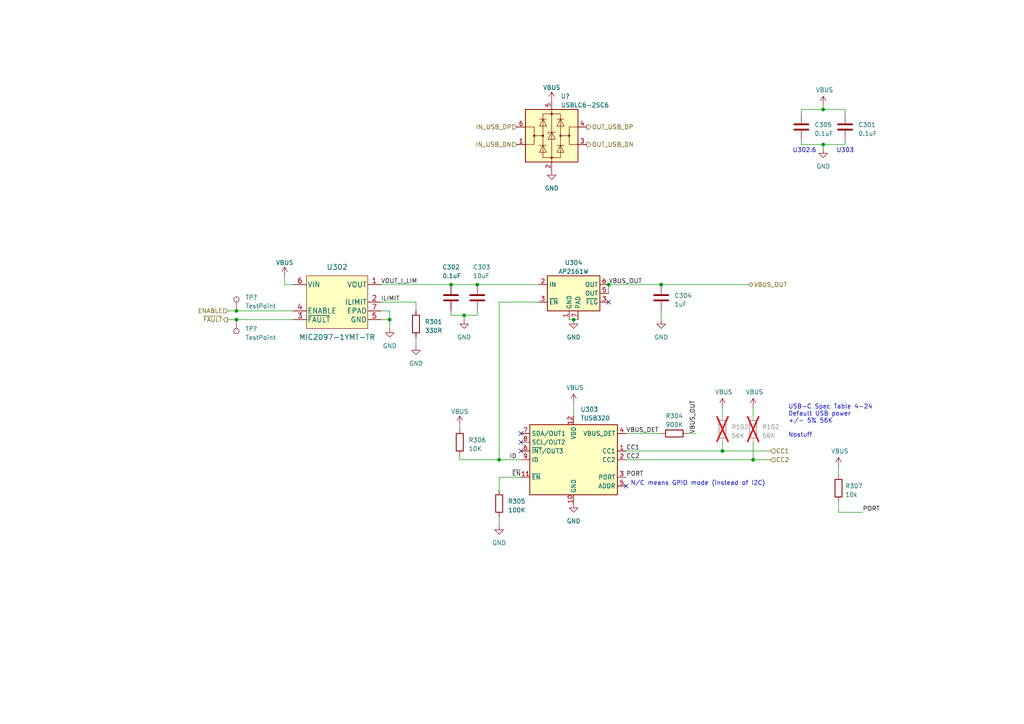
<source format=kicad_sch>
(kicad_sch (version 20230121) (generator eeschema)
  (paper "A4")
  (lib_symbols
    (symbol "2usb:AP2161W"
      (property "Reference" "U" (at -7.62 -6.35 0))
      (property "Value" "AP2161W" (at -7.62 6.35 0))
      (symbol "AP2161W_0_1"
        (rectangle (start -7.62 5.08) (end 7.62 -5.08) (stroke (width 0.254)) (fill (type background)))
      )
      (symbol "AP2161W_1_1"
        (pin power_in line (at -1.27 -7.62 90) (length 2.54) (name "GND") (number "1"))
        (pin power_in line (at -10.16 2.54 0) (length 2.54) (name "IN") (number "2"))
        (pin input line (at -10.16 -2.54 0) (length 2.54) (name "~{EN}") (number "3"))
        (pin open_collector line (at 10.16 -2.54 180) (length 2.54) (name "~{FLG}") (number "3"))
        (pin power_out line (at 10.16 0 180) (length 2.54) (name "OUT") (number "5"))
        (pin power_out line (at 10.16 2.54 180) (length 2.54) (name "OUT") (number "6"))
        (pin power_in line (at 1.27 -7.62 90) (length 2.54) (name "PAD") (number "7"))
      )
    )
    (symbol "2usb:MIC2097-1YMT-TR" (pin_names (offset 0.254))
      (property "Reference" "U" (at 0 9.525 0))
      (property "Value" "MIC2097-1YMT-TR" (at 0 -10.16 0))
      (symbol "MIC2097-1YMT-TR_1_1"
        (rectangle (start -8.89 7.62) (end 8.89 -7.62) (fill (type background)))
        (pin output line (at 12.7 5.08 180) (length 3.81) (name "VOUT") (number "1"))
        (pin input line (at 12.7 0 180) (length 3.81) (name "ILIMIT") (number "2"))
        (pin output line (at -12.7 -5.08 0) (length 3.81) (name "~{FAULT}") (number "3"))
        (pin input line (at -12.7 -2.54 0) (length 3.81) (name "ENABLE") (number "4"))
        (pin power_in line (at 12.7 -5.08 180) (length 3.81) (name "GND") (number "5"))
        (pin input line (at -12.7 5.08 0) (length 3.81) (name "VIN") (number "6"))
        (pin unspecified line (at 12.7 -2.54 180) (length 3.81) (name "EPAD") (number "7"))
      )
    )
    (symbol "Connector:TestPoint" (pin_numbers hide) (pin_names (offset 0.762) hide)
      (property "Reference" "TP" (at 0 6.858 0))
      (property "Value" "TestPoint" (at 0 5.08 0))
      (symbol "TestPoint_0_1"
        (circle (center 0 3.302) (radius 0.762))
      )
      (symbol "TestPoint_1_1"
        (pin passive line (at 0 0 90) (length 2.54) (name "1") (number "1"))
      )
    )
    (symbol "Device:C" (pin_numbers hide) (pin_names (offset 0.254))
      (property "Reference" "C" (at 0.635 2.54 0))
      (property "Value" "C" (at 0.635 -2.54 0))
      (symbol "C_0_1"
        (polyline (pts (xy -2.032 -0.762) (xy 2.032 -0.762)) (stroke (width 0.508)))
        (polyline (pts (xy -2.032 0.762) (xy 2.032 0.762)) (stroke (width 0.508)))
      )
      (symbol "C_1_1"
        (pin passive line (at 0 3.81 270) (length 2.794) (name "~") (number "1"))
        (pin passive line (at 0 -3.81 90) (length 2.794) (name "~") (number "2"))
      )
    )
    (symbol "Device:R" (pin_numbers hide) (pin_names (offset 0))
      (property "Reference" "R" (at 2.032 0 90))
      (property "Value" "R" (at 0 0 90))
      (symbol "R_0_1"
        (rectangle (start -1.016 -2.54) (end 1.016 2.54) (stroke (width 0.254)))
      )
      (symbol "R_1_1"
        (pin passive line (at 0 3.81 270) (length 1.27) (name "~") (number "1"))
        (pin passive line (at 0 -3.81 90) (length 1.27) (name "~") (number "2"))
      )
    )
    (symbol "Interface_USB:TUSB320"
      (property "Reference" "U" (at -11.43 11.43 0))
      (property "Value" "TUSB320" (at 7.62 11.43 0))
      (symbol "TUSB320_0_1"
        (rectangle (start -12.7 10.16) (end 12.7 -10.16) (stroke (width 0.254)) (fill (type background)))
      )
      (symbol "TUSB320_1_1"
        (pin bidirectional line (at 15.24 2.54 180) (length 2.54) (name "CC1") (number "1"))
        (pin power_in line (at 0 -12.7 90) (length 2.54) (name "GND") (number "10"))
        (pin input line (at -15.24 -5.08 0) (length 2.54) (name "~{EN}") (number "11"))
        (pin power_in line (at 0 12.7 270) (length 2.54) (name "VDD") (number "12"))
        (pin bidirectional line (at 15.24 0 180) (length 2.54) (name "CC2") (number "2"))
        (pin input line (at 15.24 -5.08 180) (length 2.54) (name "PORT") (number "3"))
        (pin input line (at 15.24 7.62 180) (length 2.54) (name "VBUS_DET") (number "4"))
        (pin input line (at 15.24 -7.62 180) (length 2.54) (name "ADDR") (number "5"))
        (pin open_collector line (at -15.24 2.54 0) (length 2.54) (name "~{INT}/OUT3") (number "6"))
        (pin bidirectional line (at -15.24 7.62 0) (length 2.54) (name "SDA/OUT1") (number "7"))
        (pin bidirectional line (at -15.24 5.08 0) (length 2.54) (name "SCL/OUT2") (number "8"))
        (pin open_collector line (at -15.24 0 0) (length 2.54) (name "ID") (number "9"))
      )
    )
    (symbol "Power_Protection:USBLC6-2SC6" (pin_names hide)
      (property "Reference" "U" (at 2.54 8.89 0))
      (property "Value" "USBLC6-2SC6" (at 2.54 -8.89 0))
      (symbol "USBLC6-2SC6_0_1"
        (rectangle (start -7.62 -7.62) (end 7.62 7.62) (stroke (width 0.254)) (fill (type background)))
        (circle (center -5.08 0) (radius 0.254) (fill (type outline)))
        (circle (center -2.54 0) (radius 0.254) (fill (type outline)))
        (rectangle (start -2.54 6.35) (end 2.54 -6.35))
        (circle (center 0 -6.35) (radius 0.254) (fill (type outline)))
        (polyline (pts (xy -5.08 -2.54) (xy -7.62 -2.54)))
        (polyline (pts (xy -5.08 0) (xy -5.08 -2.54)))
        (polyline (pts (xy -5.08 2.54) (xy -7.62 2.54)))
        (polyline (pts (xy -1.524 -2.794) (xy -3.556 -2.794)))
        (polyline (pts (xy -1.524 4.826) (xy -3.556 4.826)))
        (polyline (pts (xy 0 -7.62) (xy 0 -6.35)))
        (polyline (pts (xy 0 -6.35) (xy 0 1.27)))
        (polyline (pts (xy 0 1.27) (xy 0 6.35)))
        (polyline (pts (xy 0 6.35) (xy 0 7.62)))
        (polyline (pts (xy 1.524 -2.794) (xy 3.556 -2.794)))
        (polyline (pts (xy 1.524 4.826) (xy 3.556 4.826)))
        (polyline (pts (xy 5.08 -2.54) (xy 7.62 -2.54)))
        (polyline (pts (xy 5.08 0) (xy 5.08 -2.54)))
        (polyline (pts (xy 5.08 2.54) (xy 7.62 2.54)))
        (polyline (pts (xy -2.54 0) (xy -5.08 0) (xy -5.08 2.54)))
        (polyline (pts (xy 2.54 0) (xy 5.08 0) (xy 5.08 2.54)))
        (polyline (pts (xy -3.556 -4.826) (xy -1.524 -4.826) (xy -2.54 -2.794) (xy -3.556 -4.826)))
        (polyline (pts (xy -3.556 2.794) (xy -1.524 2.794) (xy -2.54 4.826) (xy -3.556 2.794)))
        (polyline (pts (xy -1.016 -1.016) (xy 1.016 -1.016) (xy 0 1.016) (xy -1.016 -1.016)))
        (polyline (pts (xy 1.016 1.016) (xy 0.762 1.016) (xy -1.016 1.016) (xy -1.016 0.508)))
        (polyline (pts (xy 3.556 -4.826) (xy 1.524 -4.826) (xy 2.54 -2.794) (xy 3.556 -4.826)))
        (polyline (pts (xy 3.556 2.794) (xy 1.524 2.794) (xy 2.54 4.826) (xy 3.556 2.794)))
        (circle (center 0 6.35) (radius 0.254) (fill (type outline)))
        (circle (center 2.54 0) (radius 0.254) (fill (type outline)))
        (circle (center 5.08 0) (radius 0.254) (fill (type outline)))
      )
      (symbol "USBLC6-2SC6_1_1"
        (pin passive line (at -10.16 -2.54 0) (length 2.54) (name "I/O1") (number "1"))
        (pin passive line (at 0 -10.16 90) (length 2.54) (name "GND") (number "2"))
        (pin passive line (at 10.16 -2.54 180) (length 2.54) (name "I/O2") (number "3"))
        (pin passive line (at 10.16 2.54 180) (length 2.54) (name "I/O2") (number "4"))
        (pin passive line (at 0 10.16 270) (length 2.54) (name "VBUS") (number "5"))
        (pin passive line (at -10.16 2.54 0) (length 2.54) (name "I/O1") (number "6"))
      )
    )
    (symbol "power:GND" (power) (pin_names (offset 0))
      (property "Value" "GND" (at 0 -3.81 0))
      (symbol "GND_0_1"
        (polyline (pts (xy 0 0) (xy 0 -1.27) (xy 1.27 -1.27) (xy 0 -2.54) (xy -1.27 -1.27) (xy 0 -1.27)))
      )
      (symbol "GND_1_1"
        (pin power_in line (at 0 0 270) (length 0) hide (name "GND") (number "1"))
      )
    )
    (symbol "power:VBUS" (power) (pin_names (offset 0))
      (property "Value" "VBUS" (at 0 3.81 0))
      (symbol "VBUS_0_1"
        (polyline (pts (xy -0.762 1.27) (xy 0 2.54)))
        (polyline (pts (xy 0 0) (xy 0 2.54)))
        (polyline (pts (xy 0 2.54) (xy 0.762 1.27)))
      )
      (symbol "VBUS_1_1"
        (pin power_in line (at 0 0 90) (length 0) hide (name "VBUS") (number "1"))
      )
    )
  )
  (junction (at 176.53 82.55))
  (junction (at 144.78 133.35))
  (junction (at 113.03 92.71))
  (junction (at 209.55 130.81))
  (junction (at 68.58 90.17))
  (junction (at 218.44 133.35))
  (junction (at 166.37 92.71))
  (junction (at 138.43 82.55))
  (junction (at 191.77 82.55))
  (junction (at 68.58 92.71))
  (junction (at 238.76 31.75))
  (junction (at 130.81 82.55))
  (junction (at 134.62 91.44))
  (junction (at 238.76 41.91))
  (no_connect (at 151.13 128.27))
  (no_connect (at 151.13 130.81))
  (no_connect (at 151.13 125.73))
  (no_connect (at 176.53 87.63))
  (no_connect (at 181.61 140.97))
  (wire (pts (xy 130.81 91.44) (xy 134.62 91.44)))
  (wire (pts (xy 238.76 31.75) (xy 245.11 31.75)))
  (wire (pts (xy 144.78 133.35) (xy 151.13 133.35)))
  (wire (pts (xy 238.76 43.18) (xy 238.76 41.91)))
  (wire (pts (xy 144.78 87.63) (xy 156.21 87.63)))
  (wire (pts (xy 209.55 128.27) (xy 209.55 130.81)))
  (wire (pts (xy 151.13 138.43) (xy 144.78 138.43)))
  (wire (pts (xy 134.62 91.44) (xy 138.43 91.44)))
  (wire (pts (xy 113.03 92.71) (xy 113.03 95.25)))
  (wire (pts (xy 110.49 87.63) (xy 120.65 87.63)))
  (wire (pts (xy 133.35 123.19) (xy 133.35 124.46)))
  (wire (pts (xy 110.49 82.55) (xy 130.81 82.55)))
  (wire (pts (xy 110.49 90.17) (xy 113.03 90.17)))
  (wire (pts (xy 232.41 41.91) (xy 232.41 40.64)))
  (wire (pts (xy 245.11 41.91) (xy 245.11 40.64)))
  (wire (pts (xy 66.04 92.71) (xy 68.58 92.71)))
  (wire (pts (xy 243.205 135.255) (xy 243.205 137.795)))
  (wire (pts (xy 133.35 132.08) (xy 133.35 133.35)))
  (wire (pts (xy 181.61 125.73) (xy 191.77 125.73)))
  (wire (pts (xy 218.44 133.35) (xy 223.52 133.35)))
  (wire (pts (xy 199.39 125.73) (xy 201.93 125.73)))
  (wire (pts (xy 243.205 148.59) (xy 250.19 148.59)))
  (wire (pts (xy 133.35 133.35) (xy 144.78 133.35)))
  (wire (pts (xy 110.49 92.71) (xy 113.03 92.71)))
  (wire (pts (xy 68.58 90.17) (xy 85.09 90.17)))
  (wire (pts (xy 218.44 128.27) (xy 218.44 133.35)))
  (wire (pts (xy 144.78 87.63) (xy 144.78 133.35)))
  (wire (pts (xy 191.77 82.55) (xy 217.17 82.55)))
  (wire (pts (xy 68.58 92.71) (xy 85.09 92.71)))
  (wire (pts (xy 232.41 31.75) (xy 238.76 31.75)))
  (wire (pts (xy 144.78 138.43) (xy 144.78 142.24)))
  (wire (pts (xy 138.43 82.55) (xy 156.21 82.55)))
  (wire (pts (xy 176.53 82.55) (xy 191.77 82.55)))
  (wire (pts (xy 209.55 118.11) (xy 209.55 120.65)))
  (wire (pts (xy 181.61 130.81) (xy 209.55 130.81)))
  (wire (pts (xy 85.09 82.55) (xy 82.55 82.55)))
  (wire (pts (xy 238.76 41.91) (xy 245.11 41.91)))
  (wire (pts (xy 66.04 90.17) (xy 68.58 90.17)))
  (wire (pts (xy 130.81 82.55) (xy 138.43 82.55)))
  (wire (pts (xy 238.76 30.48) (xy 238.76 31.75)))
  (wire (pts (xy 130.81 90.17) (xy 130.81 91.44)))
  (wire (pts (xy 191.77 90.17) (xy 191.77 92.71)))
  (wire (pts (xy 144.78 149.86) (xy 144.78 152.4)))
  (wire (pts (xy 120.65 97.79) (xy 120.65 100.33)))
  (wire (pts (xy 245.11 31.75) (xy 245.11 33.02)))
  (wire (pts (xy 113.03 90.17) (xy 113.03 92.71)))
  (wire (pts (xy 232.41 33.02) (xy 232.41 31.75)))
  (wire (pts (xy 165.1 92.71) (xy 166.37 92.71)))
  (wire (pts (xy 218.44 118.11) (xy 218.44 120.65)))
  (wire (pts (xy 138.43 91.44) (xy 138.43 90.17)))
  (wire (pts (xy 176.53 82.55) (xy 176.53 85.09)))
  (wire (pts (xy 166.37 92.71) (xy 167.64 92.71)))
  (wire (pts (xy 134.62 91.44) (xy 134.62 92.71)))
  (wire (pts (xy 243.205 148.59) (xy 243.205 145.415)))
  (wire (pts (xy 166.37 116.84) (xy 166.37 120.65)))
  (wire (pts (xy 82.55 80.01) (xy 82.55 82.55)))
  (wire (pts (xy 209.55 130.81) (xy 223.52 130.81)))
  (wire (pts (xy 238.76 41.91) (xy 232.41 41.91)))
  (wire (pts (xy 181.61 133.35) (xy 218.44 133.35)))
  (wire (pts (xy 120.65 87.63) (xy 120.65 90.17)))
  (text "U303" (at 242.57 44.45 0) (effects (font (size 1.27 1.27)) (justify left bottom)))
  (text "U302.6" (at 229.87 44.45 0) (effects (font (size 1.27 1.27)) (justify left bottom)))
  (text "USB-C Spec Table 4-24\nDefault USB power\n+/- 5% 56K\n\nNostuff" (at 228.6 127 0) (effects (font (size 1.27 1.27)) (justify left bottom)))
  (text "N/C means GPIO mode (instead of I2C)" (at 182.88 140.97 0) (effects (font (size 1.27 1.27)) (justify left bottom)))
  (label "CC1" (at 181.61 130.81 0))
  (label "VOUT_I_LIM" (at 110.49 82.55 0))
  (label "PORT" (at 181.61 138.43 0))
  (label "VBUS_DET" (at 181.61 125.73 0))
  (label "CC2" (at 181.61 133.35 0))
  (label "VBUS_OUT" (at 176.53 82.55 0))
  (label "PORT" (at 250.19 148.59 0))
  (label "~{EN}" (at 151.13 138.43 180))
  (label "ID" (at 149.86 133.35 180))
  (label "VBUS_OUT" (at 201.93 125.73 90))
  (label "ILIMIT" (at 110.49 87.63 0))
  (hierarchical_label "CC2" (shape input) (at 223.52 133.35 0))
  (hierarchical_label "CC1" (shape input) (at 223.52 130.81 0))
  (hierarchical_label "IN_USB_DP" (shape input) (at 149.86 36.83 180))
  (hierarchical_label "VBUS_OUT" (shape bidirectional) (at 217.17 82.55 0))
  (hierarchical_label "IN_USB_DN" (shape input) (at 149.86 41.91 180))
  (hierarchical_label "OUT_USB_DN" (shape output) (at 170.18 41.91 0))
  (hierarchical_label "~{FAULT}" (shape output) (at 66.04 92.71 180))
  (hierarchical_label "ENABLE" (shape input) (at 66.04 90.17 180))
  (hierarchical_label "OUT_USB_DP" (shape output) (at 170.18 36.83 0))
  (symbol (lib_id "Device:R") (at 120.65 93.98 0) (unit 1)
    (property "Reference" "R301" (at 123.19 93.345 0) (effects (justify left)))
    (property "Value" "330R" (at 123.19 95.885 0) (effects (justify left)))
    (property "Footprint" "Resistor_SMD:R_0201_0603Metric" (effects hide))
    (instances (project "2usbc" (path "" (reference "R301") (unit 1)) (path "" (reference "R401") (unit 1))))
  )
  (symbol (lib_id "2usb:MIC2097-1YMT-TR") (at 97.79 87.63 0) (unit 1)
    (property "Reference" "U302" (at 97.79 77.47 0) (effects (font (size 1.524 1.524))))
    (property "Value" "MIC2097-1YMT-TR" (at 97.79 97.79 0) (effects (font (size 1.524 1.524))))
    (property "Footprint" "2usb:MIC2097-1YMT-TR" (effects hide))
    (property "Datasheet" "https://ww1.microchip.com/downloads/en/DeviceDoc/mic2095.pdf" (effects hide))
    (instances (project "2usbc" (path "" (reference "U302") (unit 1)) (path "" (reference "U402") (unit 1))))
  )
  (symbol (lib_id "power:VBUS") (at 160.02 29.21 0) (unit 1)
    (property "Reference" "#PWR0321" (effects hide))
    (property "Value" "VBUS" (at 160.02 25.4 0))
    (instances (project "2usbc" (path "" (reference "#PWR0321") (unit 1)) (path "" (reference "#PWR0402") (unit 1))))
  )
  (symbol (lib_id "power:GND") (at 113.03 95.25 0) (unit 1)
    (property "Reference" "#PWR0319" (effects hide))
    (property "Value" "GND" (at 113.03 100.33 0))
    (instances (project "2usbc" (path "" (reference "#PWR0319") (unit 1)) (path "" (reference "#PWR0404") (unit 1))))
  )
  (symbol (lib_id "power:GND") (at 238.76 43.18 0) (unit 1)
    (property "Reference" "#PWR0327" (effects hide))
    (property "Value" "GND" (at 238.76 48.26 0))
    (instances (project "2usbc" (path "" (reference "#PWR0327") (unit 1)) (path "" (reference "#PWR0410") (unit 1))))
  )
  (symbol (lib_id "power:VBUS") (at 209.55 118.11 0) (unit 1)
    (property "Reference" "#PWR0105" (effects hide))
    (property "Value" "VBUS" (at 209.931 113.7158 0))
    (instances (project "2usbc" (path "" (reference "#PWR0105") (unit 1)) (path "" (reference "#PWR0324") (unit 1)) (path "" (reference "#PWR0407") (unit 1))))
  )
  (symbol (lib_id "power:GND") (at 144.78 152.4 0) (unit 1)
    (property "Reference" "#PWR0330" (effects hide))
    (property "Value" "GND" (at 144.78 157.48 0))
    (instances (project "2usbc" (path "" (reference "#PWR0330") (unit 1)) (path "" (reference "#PWR0413") (unit 1))))
  )
  (symbol (lib_id "power:VBUS") (at 133.35 123.19 0) (unit 1)
    (property "Reference" "#PWR0329" (effects hide))
    (property "Value" "VBUS" (at 133.35 119.38 0))
    (instances (project "2usbc" (path "" (reference "#PWR0329") (unit 1)) (path "" (reference "#PWR0412") (unit 1))))
  )
  (symbol (lib_id "power:GND") (at 160.02 49.53 0) (unit 1)
    (property "Reference" "#PWR0322" (effects hide))
    (property "Value" "GND" (at 160.02 54.61 0))
    (instances (project "2usbc" (path "" (reference "#PWR0322") (unit 1)) (path "" (reference "#PWR0403") (unit 1))))
  )
  (symbol (lib_id "Device:R") (at 195.58 125.73 90) (unit 1)
    (property "Reference" "R304" (at 195.58 120.65 90))
    (property "Value" "900K" (at 195.58 123.19 90))
    (property "Footprint" "Resistor_SMD:R_0201_0603Metric" (effects hide))
    (instances (project "2usbc" (path "" (reference "R304") (unit 1)) (path "" (reference "R404") (unit 1))))
  )
  (symbol (lib_id "Device:R") (at 218.44 124.46 180) (unit 1) (dnp yes)
    (property "Reference" "R102" (at 220.98 123.825 0) (effects (justify right)))
    (property "Value" "56K" (at 220.98 126.365 0) (effects (justify right)))
    (property "Footprint" "Resistor_SMD:R_0201_0603Metric" (effects hide))
    (instances (project "2usbc" (path "" (reference "R102") (unit 1)) (path "" (reference "R303") (unit 1)) (path "" (reference "R403") (unit 1))))
  )
  (symbol (lib_id "power:GND") (at 120.65 100.33 0) (unit 1)
    (property "Reference" "#PWR0320" (effects hide))
    (property "Value" "GND" (at 120.65 105.41 0))
    (instances (project "2usbc" (path "" (reference "#PWR0320") (unit 1)) (path "" (reference "#PWR0405") (unit 1))))
  )
  (symbol (lib_id "2usb:AP2161W") (at 166.37 85.09 0) (unit 1)
    (property "Reference" "U304" (at 166.37 76.2 0))
    (property "Value" "AP2161W" (at 166.37 78.74 0))
    (property "Footprint" "2usb:SON50P181X201X60-7N" (effects hide))
    (property "Datasheet" "https://www.diodes.com/assets/Datasheets/AP2161.pdf" (effects hide))
    (instances (project "2usbc" (path "" (reference "U304") (unit 1)) (path "" (reference "U404") (unit 1))))
  )
  (symbol (lib_id "power:VBUS") (at 166.37 116.84 0) (unit 1)
    (property "Reference" "#PWR0105" (effects hide))
    (property "Value" "VBUS" (at 166.751 112.4458 0))
    (instances (project "2usbc" (path "" (reference "#PWR0105") (unit 1)) (path "" (reference "#PWR0323") (unit 1)) (path "" (reference "#PWR0406") (unit 1))))
  )
  (symbol (lib_id "Interface_USB:TUSB320") (at 166.37 133.35 0) (unit 1)
    (property "Reference" "U303" (at 168.3259 118.745 0) (effects (justify left)))
    (property "Value" "TUSB320" (at 168.3259 121.285 0) (effects (justify left)))
    (property "Footprint" "Package_DFN_QFN:Texas_X2QFN-12_1.6x1.6mm_P0.4mm" (effects hide))
    (property "Datasheet" "http://www.ti.com/lit/ds/symlink/tusb320.pdf" (effects hide))
    (instances (project "2usbc" (path "" (reference "U303") (unit 1)) (path "" (reference "U403") (unit 1))))
  )
  (symbol (lib_id "Device:C") (at 130.81 86.36 180) (unit 1)
    (property "Reference" "C302" (at 128.27 77.47 0) (effects (justify right)))
    (property "Value" "0.1uF" (at 128.27 80.01 0) (effects (justify right)))
    (property "Footprint" "Capacitor_SMD:C_0201_0603Metric" (effects hide))
    (instances (project "2usbc" (path "" (reference "C302") (unit 1)) (path "" (reference "C402") (unit 1))))
  )
  (symbol (lib_id "power:VBUS") (at 218.44 118.11 0) (unit 1)
    (property "Reference" "#PWR0105" (effects hide))
    (property "Value" "VBUS" (at 218.821 113.7158 0))
    (instances (project "2usbc" (path "" (reference "#PWR0105") (unit 1)) (path "" (reference "#PWR0325") (unit 1)) (path "" (reference "#PWR0408") (unit 1))))
  )
  (symbol (lib_id "Device:R") (at 133.35 128.27 0) (unit 1)
    (property "Reference" "R306" (at 135.89 127.635 0) (effects (justify left)))
    (property "Value" "10K" (at 135.89 130.175 0) (effects (justify left)))
    (property "Footprint" "Resistor_SMD:R_0201_0603Metric" (effects hide))
    (instances (project "2usbc" (path "" (reference "R306") (unit 1)) (path "" (reference "R406") (unit 1))))
  )
  (symbol (lib_id "Connector:TestPoint") (at 68.58 92.71 180) (unit 1)
    (property "Reference" "TP?" (at 71.12 95.377 0) (effects (justify right)))
    (property "Value" "TestPoint" (at 71.12 97.917 0) (effects (justify right)))
    (property "Footprint" "2usb:TestPoint_MD" (effects hide))
    (instances (project "2usbc" (path "" (reference "TP?") (unit 1)) (path "" (reference "TP302") (unit 1)) (path "" (reference "TP402") (unit 1))))
  )
  (symbol (lib_id "power:GND") (at 191.77 92.71 0) (unit 1)
    (property "Reference" "#PWR0333" (effects hide))
    (property "Value" "GND" (at 191.77 97.79 0))
    (instances (project "2usbc" (path "" (reference "#PWR0333") (unit 1)) (path "" (reference "#PWR0416") (unit 1))))
  )
  (symbol (lib_id "power:GND") (at 134.62 92.71 0) (unit 1)
    (property "Reference" "#PWR0332" (effects hide))
    (property "Value" "GND" (at 134.62 97.79 0))
    (instances (project "2usbc" (path "" (reference "#PWR0332") (unit 1)) (path "" (reference "#PWR0415") (unit 1))))
  )
  (symbol (lib_id "power:VBUS") (at 243.205 135.255 0) (unit 1)
    (property "Reference" "#PWR0105" (effects hide))
    (property "Value" "VBUS" (at 243.586 130.8608 0))
    (instances (project "2usbc" (path "" (reference "#PWR0105") (unit 1)) (path "" (reference "#PWR0334") (unit 1)) (path "" (reference "#PWR0417") (unit 1))))
  )
  (symbol (lib_id "Connector:TestPoint") (at 68.58 90.17 0) (unit 1)
    (property "Reference" "TP?" (at 71.12 86.233 0) (effects (justify left)))
    (property "Value" "TestPoint" (at 71.12 88.773 0) (effects (justify left)))
    (property "Footprint" "2usb:TestPoint_MD" (effects hide))
    (instances (project "2usbc" (path "" (reference "TP?") (unit 1)) (path "" (reference "TP301") (unit 1)) (path "" (reference "TP401") (unit 1))))
  )
  (symbol (lib_id "power:GND") (at 166.37 146.05 0) (unit 1)
    (property "Reference" "#PWR0328" (effects hide))
    (property "Value" "GND" (at 166.37 151.13 0))
    (instances (project "2usbc" (path "" (reference "#PWR0328") (unit 1)) (path "" (reference "#PWR0411") (unit 1))))
  )
  (symbol (lib_id "Device:R") (at 209.55 124.46 180) (unit 1) (dnp yes)
    (property "Reference" "R102" (at 212.09 123.825 0) (effects (justify right)))
    (property "Value" "56K" (at 212.09 126.365 0) (effects (justify right)))
    (property "Footprint" "Resistor_SMD:R_0201_0603Metric" (effects hide))
    (instances (project "2usbc" (path "" (reference "R102") (unit 1)) (path "" (reference "R302") (unit 1)) (path "" (reference "R402") (unit 1))))
  )
  (symbol (lib_id "power:VBUS") (at 238.76 30.48 0) (unit 1)
    (property "Reference" "#PWR0105" (effects hide))
    (property "Value" "VBUS" (at 239.141 26.0858 0))
    (instances (project "2usbc" (path "" (reference "#PWR0105") (unit 1)) (path "" (reference "#PWR0326") (unit 1)) (path "" (reference "#PWR0409") (unit 1))))
  )
  (symbol (lib_id "Device:C") (at 232.41 36.83 180) (unit 1)
    (property "Reference" "C305" (at 236.22 36.195 0) (effects (justify right)))
    (property "Value" "0.1uF" (at 236.22 38.735 0) (effects (justify right)))
    (property "Footprint" "Capacitor_SMD:C_0201_0603Metric" (effects hide))
    (instances (project "2usbc" (path "" (reference "C305") (unit 1)) (path "" (reference "C405") (unit 1))))
  )
  (symbol (lib_id "power:VBUS") (at 82.55 80.01 0) (unit 1)
    (property "Reference" "#PWR0309" (effects hide))
    (property "Value" "VBUS" (at 82.55 76.2 0))
    (instances (project "2usbc" (path "" (reference "#PWR0309") (unit 1)) (path "" (reference "#PWR0401") (unit 1))))
  )
  (symbol (lib_id "Device:R") (at 144.78 146.05 0) (unit 1)
    (property "Reference" "R305" (at 147.32 145.415 0) (effects (justify left)))
    (property "Value" "100K" (at 147.32 147.955 0) (effects (justify left)))
    (property "Footprint" "Resistor_SMD:R_0201_0603Metric" (effects hide))
    (instances (project "2usbc" (path "" (reference "R305") (unit 1)) (path "" (reference "R405") (unit 1))))
  )
  (symbol (lib_id "power:GND") (at 166.37 92.71 0) (unit 1)
    (property "Reference" "#PWR0331" (effects hide))
    (property "Value" "GND" (at 166.37 97.79 0))
    (instances (project "2usbc" (path "" (reference "#PWR0331") (unit 1)) (path "" (reference "#PWR0414") (unit 1))))
  )
  (symbol (lib_id "Device:C") (at 191.77 86.36 180) (unit 1)
    (property "Reference" "C304" (at 195.58 85.725 0) (effects (justify right)))
    (property "Value" "1uF" (at 195.58 88.265 0) (effects (justify right)))
    (property "Footprint" "Capacitor_SMD:C_0201_0603Metric" (effects hide))
    (instances (project "2usbc" (path "" (reference "C304") (unit 1)) (path "" (reference "C404") (unit 1))))
  )
  (symbol (lib_id "Device:C") (at 245.11 36.83 180) (unit 1)
    (property "Reference" "C301" (at 248.92 36.195 0) (effects (justify right)))
    (property "Value" "0.1uF" (at 248.92 38.735 0) (effects (justify right)))
    (property "Footprint" "Capacitor_SMD:C_0201_0603Metric" (effects hide))
    (instances (project "2usbc" (path "" (reference "C301") (unit 1)) (path "" (reference "C401") (unit 1))))
  )
  (symbol (lib_id "Power_Protection:USBLC6-2SC6") (at 160.02 39.37 0) (unit 1)
    (property "Reference" "U?" (at 162.6617 27.94 0) (effects (justify left)))
    (property "Value" "USBLC6-2SC6" (at 162.6617 30.48 0) (effects (justify left)))
    (property "Footprint" "Package_TO_SOT_SMD:SOT-23-6" (effects hide))
    (property "Datasheet" "https://www.st.com/resource/en/datasheet/usblc6-2.pdf" (effects hide))
    (instances (project "2usbc" (path "" (reference "U?") (unit 1)) (path "" (reference "U301") (unit 1)) (path "" (reference "U401") (unit 1))))
  )
  (symbol (lib_id "Device:C") (at 138.43 86.36 180) (unit 1)
    (property "Reference" "C303" (at 137.16 77.47 0) (effects (justify right)))
    (property "Value" "10uF" (at 137.16 80.01 0) (effects (justify right)))
    (property "Footprint" "Capacitor_SMD:C_0201_0603Metric" (effects hide))
    (instances (project "2usbc" (path "" (reference "C303") (unit 1)) (path "" (reference "C403") (unit 1))))
  )
  (symbol (lib_id "Device:R") (at 243.205 141.605 0) (unit 1)
    (property "Reference" "R307" (at 245.11 140.97 0) (effects (justify left)))
    (property "Value" "10k" (at 245.11 143.51 0) (effects (justify left)))
    (property "Footprint" "Resistor_SMD:R_0201_0603Metric" (effects hide))
    (instances (project "2usbc" (path "" (reference "R307") (unit 1)) (path "" (reference "R407") (unit 1))))
  )
)
</source>
